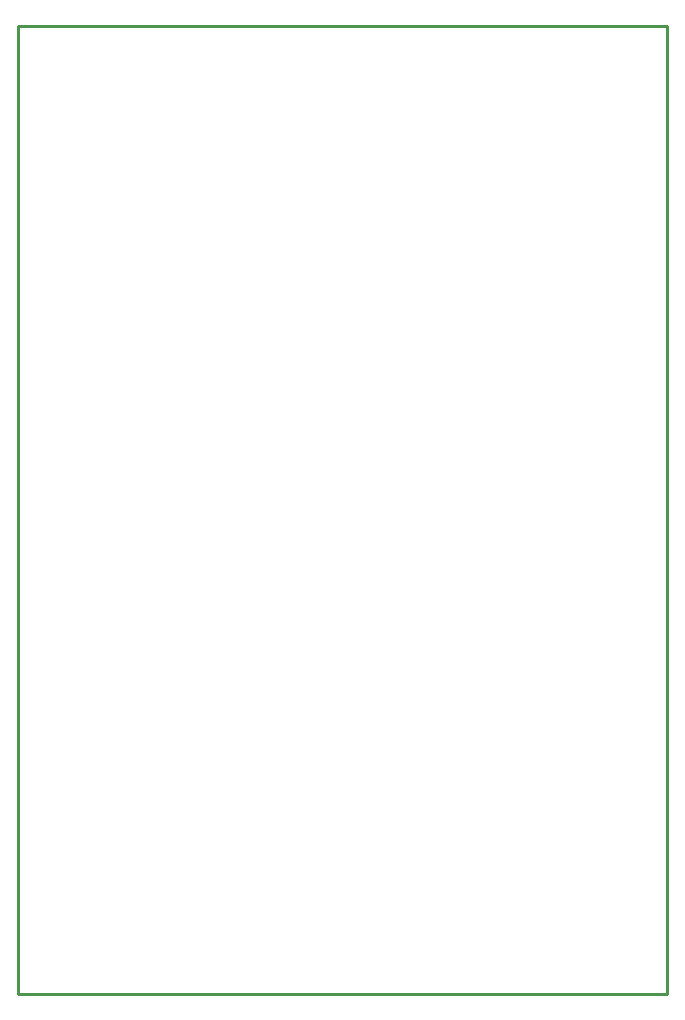
<source format=gko>
G04*
G04 #@! TF.GenerationSoftware,Altium Limited,Altium Designer,21.0.8 (223)*
G04*
G04 Layer_Color=16711935*
%FSTAX24Y24*%
%MOIN*%
G70*
G04*
G04 #@! TF.SameCoordinates,83E23403-EE52-46E3-B8F6-72DD454AC7A2*
G04*
G04*
G04 #@! TF.FilePolarity,Positive*
G04*
G01*
G75*
%ADD11C,0.0100*%
D11*
X031654Y01D02*
Y042283D01*
X01D02*
X031654D01*
X01Y01D02*
X031654D01*
X01D02*
Y042283D01*
M02*

</source>
